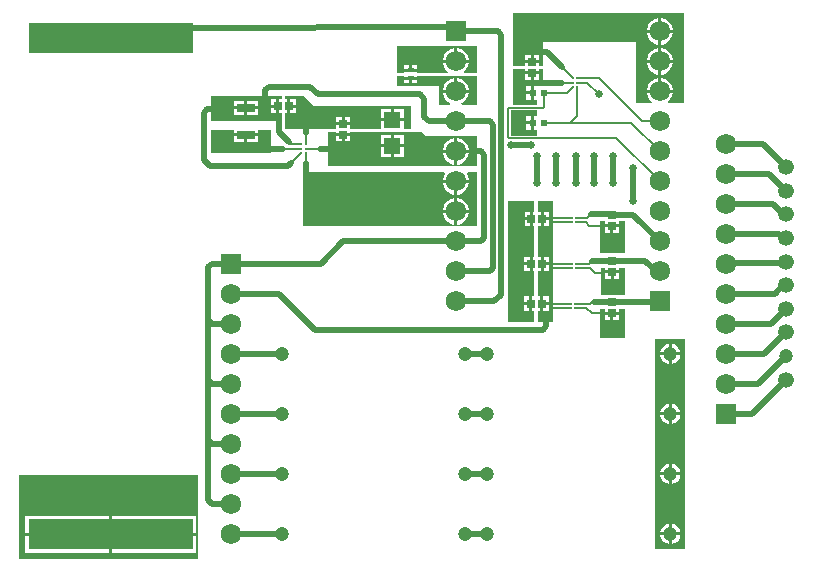
<source format=gtl>
G04*
G04 #@! TF.GenerationSoftware,Altium Limited,Altium Designer,21.3.2 (30)*
G04*
G04 Layer_Physical_Order=1*
G04 Layer_Color=255*
%FSLAX25Y25*%
%MOIN*%
G70*
G04*
G04 #@! TF.SameCoordinates,854D5A4D-7B49-4B2E-BA62-70F088FD304A*
G04*
G04*
G04 #@! TF.FilePolarity,Positive*
G04*
G01*
G75*
%ADD13R,0.54921X0.10236*%
%ADD14R,0.02244X0.02441*%
%ADD15R,0.02677X0.02598*%
%ADD16R,0.02362X0.01378*%
%ADD17C,0.00787*%
%ADD18R,0.05906X0.02756*%
%ADD19C,0.00732*%
%ADD20R,0.05512X0.05512*%
%ADD21R,0.02598X0.02677*%
%ADD36C,0.02000*%
%ADD37C,0.00500*%
%ADD38C,0.05284*%
%ADD39C,0.04724*%
%ADD40C,0.06791*%
%ADD41R,0.06791X0.06791*%
%ADD42C,0.02500*%
G36*
X64000Y4000D02*
X4500D01*
Y32000D01*
X64000D01*
Y4000D01*
D02*
G37*
G36*
X88500Y139500D02*
X68500D01*
Y147000D01*
X76047D01*
Y145972D01*
X83953D01*
Y147000D01*
X88500D01*
Y139500D01*
D02*
G37*
G36*
X157000Y115000D02*
X99000D01*
Y133000D01*
X146116D01*
X146368Y132500D01*
X145904Y131697D01*
X145604Y130579D01*
Y130500D01*
X150000D01*
X154396D01*
Y130579D01*
X154096Y131697D01*
X153632Y132500D01*
X153884Y133000D01*
X157000D01*
Y115000D01*
D02*
G37*
G36*
X140000Y145000D02*
X157000D01*
Y135000D01*
X107500D01*
Y146500D01*
X110161D01*
Y146089D01*
X112500D01*
X114839D01*
Y146500D01*
X138500D01*
X140000Y145000D01*
D02*
G37*
G36*
X157000Y166000D02*
X152828D01*
X152721Y166399D01*
X152716Y166500D01*
X153517Y167301D01*
X154096Y168303D01*
X154396Y169421D01*
Y169500D01*
X150000D01*
X145604D01*
Y169421D01*
X145904Y168303D01*
X146483Y167301D01*
X147284Y166500D01*
X147279Y166399D01*
X147172Y166000D01*
X137181D01*
Y166500D01*
X135000D01*
X132819D01*
Y166000D01*
X130500D01*
Y175000D01*
X157000D01*
Y166000D01*
D02*
G37*
G36*
Y155500D02*
X151997D01*
X151863Y156000D01*
X152699Y156483D01*
X153517Y157301D01*
X154096Y158303D01*
X154396Y159421D01*
Y159500D01*
X150000D01*
X145604D01*
Y159421D01*
X145904Y158303D01*
X146483Y157301D01*
X147301Y156483D01*
X148137Y156000D01*
X148003Y155500D01*
X144300D01*
Y161800D01*
X130500D01*
Y165000D01*
X132819D01*
Y164941D01*
X135000D01*
X137181D01*
Y165000D01*
X157000D01*
Y155500D01*
D02*
G37*
G36*
X92100Y157339D02*
X91189D01*
Y155000D01*
Y152661D01*
X92100D01*
Y150000D01*
X68500D01*
Y158300D01*
X92100D01*
Y157339D01*
D02*
G37*
G36*
X102400Y155000D02*
X135000D01*
Y147400D01*
X132575D01*
Y150012D01*
X128819D01*
X125063D01*
Y147400D01*
X114839D01*
Y148711D01*
X112500D01*
X110161D01*
Y147400D01*
X92900D01*
Y152661D01*
X93811D01*
Y155000D01*
Y157339D01*
X92900D01*
Y158300D01*
X99300D01*
X102400Y155000D01*
D02*
G37*
G36*
X179000Y163000D02*
X177000D01*
Y161721D01*
X176110D01*
Y159500D01*
Y157280D01*
X177000D01*
Y155500D01*
X169000D01*
Y167500D01*
X173161D01*
Y166689D01*
X175500D01*
X177839D01*
Y167500D01*
X179000D01*
Y163000D01*
D02*
G37*
G36*
X226000Y156000D02*
X220828D01*
X220721Y156399D01*
X220716Y156500D01*
X221517Y157301D01*
X222096Y158303D01*
X222396Y159421D01*
Y159500D01*
X218000D01*
X213604D01*
Y159421D01*
X213904Y158303D01*
X214483Y157301D01*
X215284Y156500D01*
X215279Y156399D01*
X215172Y156000D01*
X210000D01*
Y176500D01*
X179000D01*
Y168500D01*
X177839D01*
Y169311D01*
X175500D01*
X173161D01*
Y168500D01*
X169000D01*
Y186000D01*
X226000D01*
Y156000D01*
D02*
G37*
G36*
X177000Y151720D02*
X176110D01*
Y149500D01*
Y147280D01*
X177000D01*
Y145265D01*
X168300D01*
Y153835D01*
X177000D01*
Y151720D01*
D02*
G37*
G36*
X206300Y106100D02*
X197900D01*
Y116700D01*
X199661D01*
Y115689D01*
X204339D01*
Y116700D01*
X206300D01*
Y106100D01*
D02*
G37*
G36*
X206400Y92000D02*
X198300D01*
Y101100D01*
X199861D01*
Y100389D01*
X204539D01*
Y101100D01*
X206400D01*
Y92000D01*
D02*
G37*
G36*
X206300Y77800D02*
X198200D01*
Y87500D01*
X199600D01*
Y86567D01*
X204277D01*
Y87500D01*
X206300D01*
Y77800D01*
D02*
G37*
G36*
X182500Y83000D02*
X177500D01*
Y86939D01*
X178150D01*
Y89278D01*
Y91616D01*
X177500D01*
Y100161D01*
X178211D01*
Y102500D01*
Y104839D01*
X177500D01*
Y115261D01*
X178311D01*
Y117600D01*
Y119939D01*
X177500D01*
Y123500D01*
X182500D01*
Y83000D01*
D02*
G37*
G36*
X176000Y119939D02*
X175689D01*
Y117600D01*
Y115261D01*
X176000D01*
Y104839D01*
X175589D01*
Y102500D01*
Y100161D01*
X176000D01*
Y91616D01*
X175528D01*
Y89278D01*
Y86939D01*
X176000D01*
Y83000D01*
X167500D01*
Y123500D01*
X176000D01*
Y119939D01*
D02*
G37*
G36*
X226500Y7500D02*
X216500D01*
Y77500D01*
X226500D01*
Y7500D01*
D02*
G37*
%LPC*%
G36*
X63461Y18441D02*
X35500D01*
Y12823D01*
X63461D01*
Y18441D01*
D02*
G37*
G36*
X34500D02*
X6539D01*
Y12823D01*
X34500D01*
Y18441D01*
D02*
G37*
G36*
X63461Y11823D02*
X35500D01*
Y6205D01*
X63461D01*
Y11823D01*
D02*
G37*
G36*
X34500D02*
X6539D01*
Y6205D01*
X34500D01*
Y11823D01*
D02*
G37*
G36*
X83953Y144972D02*
X80500D01*
Y143095D01*
X83953D01*
Y144972D01*
D02*
G37*
G36*
X79500D02*
X76047D01*
Y143095D01*
X79500D01*
Y144972D01*
D02*
G37*
G36*
X154396Y129500D02*
X150500D01*
Y125604D01*
X150579D01*
X151697Y125904D01*
X152699Y126483D01*
X153517Y127301D01*
X154096Y128303D01*
X154396Y129421D01*
Y129500D01*
D02*
G37*
G36*
X149500D02*
X145604D01*
Y129421D01*
X145904Y128303D01*
X146483Y127301D01*
X147301Y126483D01*
X148303Y125904D01*
X149421Y125604D01*
X149500D01*
Y129500D01*
D02*
G37*
G36*
X150579Y124396D02*
X150500D01*
Y120500D01*
X154396D01*
Y120579D01*
X154096Y121697D01*
X153517Y122699D01*
X152699Y123517D01*
X151697Y124096D01*
X150579Y124396D01*
D02*
G37*
G36*
X149500D02*
X149421D01*
X148303Y124096D01*
X147301Y123517D01*
X146483Y122699D01*
X145904Y121697D01*
X145604Y120579D01*
Y120500D01*
X149500D01*
Y124396D01*
D02*
G37*
G36*
X154396Y119500D02*
X150500D01*
Y115604D01*
X150579D01*
X151697Y115904D01*
X152699Y116483D01*
X153517Y117301D01*
X154096Y118303D01*
X154396Y119421D01*
Y119500D01*
D02*
G37*
G36*
X149500D02*
X145604D01*
Y119421D01*
X145904Y118303D01*
X146483Y117301D01*
X147301Y116483D01*
X148303Y115904D01*
X149421Y115604D01*
X149500D01*
Y119500D01*
D02*
G37*
G36*
X114839Y145089D02*
X113000D01*
Y143290D01*
X114839D01*
Y145089D01*
D02*
G37*
G36*
X112000D02*
X110161D01*
Y143290D01*
X112000D01*
Y145089D01*
D02*
G37*
G36*
X132575Y145606D02*
X129319D01*
Y142350D01*
X132575D01*
Y145606D01*
D02*
G37*
G36*
X128319D02*
X125063D01*
Y142350D01*
X128319D01*
Y145606D01*
D02*
G37*
G36*
X150579Y144396D02*
X150500D01*
Y140500D01*
X154396D01*
Y140579D01*
X154096Y141697D01*
X153517Y142699D01*
X152699Y143517D01*
X151697Y144096D01*
X150579Y144396D01*
D02*
G37*
G36*
X149500D02*
X149421D01*
X148303Y144096D01*
X147301Y143517D01*
X146483Y142699D01*
X145904Y141697D01*
X145604Y140579D01*
Y140500D01*
X149500D01*
Y144396D01*
D02*
G37*
G36*
X132575Y141350D02*
X129319D01*
Y138094D01*
X132575D01*
Y141350D01*
D02*
G37*
G36*
X128319D02*
X125063D01*
Y138094D01*
X128319D01*
Y141350D01*
D02*
G37*
G36*
X154396Y139500D02*
X150500D01*
Y135604D01*
X150579D01*
X151697Y135904D01*
X152699Y136483D01*
X153517Y137301D01*
X154096Y138303D01*
X154396Y139421D01*
Y139500D01*
D02*
G37*
G36*
X149500D02*
X145604D01*
Y139421D01*
X145904Y138303D01*
X146483Y137301D01*
X147301Y136483D01*
X148303Y135904D01*
X149421Y135604D01*
X149500D01*
Y139500D01*
D02*
G37*
G36*
X150579Y174396D02*
X150500D01*
Y170500D01*
X154396D01*
Y170579D01*
X154096Y171697D01*
X153517Y172699D01*
X152699Y173517D01*
X151697Y174096D01*
X150579Y174396D01*
D02*
G37*
G36*
X149500D02*
X149421D01*
X148303Y174096D01*
X147301Y173517D01*
X146483Y172699D01*
X145904Y171697D01*
X145604Y170579D01*
Y170500D01*
X149500D01*
Y174396D01*
D02*
G37*
G36*
X137181Y168689D02*
X135500D01*
Y167500D01*
X137181D01*
Y168689D01*
D02*
G37*
G36*
X134500D02*
X132819D01*
Y167500D01*
X134500D01*
Y168689D01*
D02*
G37*
G36*
X137181Y163941D02*
X135500D01*
Y162752D01*
X137181D01*
Y163941D01*
D02*
G37*
G36*
X134500D02*
X132819D01*
Y162752D01*
X134500D01*
Y163941D01*
D02*
G37*
G36*
X150579Y164396D02*
X150500D01*
Y160500D01*
X154396D01*
Y160579D01*
X154096Y161697D01*
X153517Y162699D01*
X152699Y163517D01*
X151697Y164096D01*
X150579Y164396D01*
D02*
G37*
G36*
X149500D02*
X149421D01*
X148303Y164096D01*
X147301Y163517D01*
X146483Y162699D01*
X145904Y161697D01*
X145604Y160579D01*
Y160500D01*
X149500D01*
Y164396D01*
D02*
G37*
G36*
X90189Y157339D02*
X88390D01*
Y155500D01*
X90189D01*
Y157339D01*
D02*
G37*
G36*
X83953Y156905D02*
X80500D01*
Y155028D01*
X83953D01*
Y156905D01*
D02*
G37*
G36*
X79500D02*
X76047D01*
Y155028D01*
X79500D01*
Y156905D01*
D02*
G37*
G36*
X90189Y154500D02*
X88390D01*
Y152661D01*
X90189D01*
Y154500D01*
D02*
G37*
G36*
X83953Y154028D02*
X80500D01*
Y152150D01*
X83953D01*
Y154028D01*
D02*
G37*
G36*
X79500D02*
X76047D01*
Y152150D01*
X79500D01*
Y154028D01*
D02*
G37*
G36*
X96610Y157339D02*
X94811D01*
Y155500D01*
X96610D01*
Y157339D01*
D02*
G37*
G36*
Y154500D02*
X94811D01*
Y152661D01*
X96610D01*
Y154500D01*
D02*
G37*
G36*
X132575Y154268D02*
X129319D01*
Y151012D01*
X132575D01*
Y154268D01*
D02*
G37*
G36*
X128319D02*
X125063D01*
Y151012D01*
X128319D01*
Y154268D01*
D02*
G37*
G36*
X114839Y151510D02*
X113000D01*
Y149711D01*
X114839D01*
Y151510D01*
D02*
G37*
G36*
X112000D02*
X110161D01*
Y149711D01*
X112000D01*
Y151510D01*
D02*
G37*
G36*
X177839Y165689D02*
X176000D01*
Y163890D01*
X177839D01*
Y165689D01*
D02*
G37*
G36*
X175000D02*
X173161D01*
Y163890D01*
X175000D01*
Y165689D01*
D02*
G37*
G36*
X175110Y161721D02*
X173488D01*
Y160000D01*
X175110D01*
Y161721D01*
D02*
G37*
G36*
Y159000D02*
X173488D01*
Y157280D01*
X175110D01*
Y159000D01*
D02*
G37*
G36*
X218579Y184396D02*
X218500D01*
Y180500D01*
X222396D01*
Y180579D01*
X222096Y181697D01*
X221517Y182699D01*
X220699Y183517D01*
X219697Y184096D01*
X218579Y184396D01*
D02*
G37*
G36*
X217500D02*
X217421D01*
X216303Y184096D01*
X215301Y183517D01*
X214483Y182699D01*
X213904Y181697D01*
X213604Y180579D01*
Y180500D01*
X217500D01*
Y184396D01*
D02*
G37*
G36*
X222396Y179500D02*
X218500D01*
Y175604D01*
X218579D01*
X219697Y175904D01*
X220699Y176483D01*
X221517Y177301D01*
X222096Y178303D01*
X222396Y179421D01*
Y179500D01*
D02*
G37*
G36*
X217500D02*
X213604D01*
Y179421D01*
X213904Y178303D01*
X214483Y177301D01*
X215301Y176483D01*
X216303Y175904D01*
X217421Y175604D01*
X217500D01*
Y179500D01*
D02*
G37*
G36*
X218579Y174396D02*
X218500D01*
Y170500D01*
X222396D01*
Y170579D01*
X222096Y171697D01*
X221517Y172699D01*
X220699Y173517D01*
X219697Y174096D01*
X218579Y174396D01*
D02*
G37*
G36*
X217500D02*
X217421D01*
X216303Y174096D01*
X215301Y173517D01*
X214483Y172699D01*
X213904Y171697D01*
X213604Y170579D01*
Y170500D01*
X217500D01*
Y174396D01*
D02*
G37*
G36*
X177839Y172110D02*
X176000D01*
Y170311D01*
X177839D01*
Y172110D01*
D02*
G37*
G36*
X175000D02*
X173161D01*
Y170311D01*
X175000D01*
Y172110D01*
D02*
G37*
G36*
X222396Y169500D02*
X218500D01*
Y165604D01*
X218579D01*
X219697Y165904D01*
X220699Y166483D01*
X221517Y167301D01*
X222096Y168303D01*
X222396Y169421D01*
Y169500D01*
D02*
G37*
G36*
X217500D02*
X213604D01*
Y169421D01*
X213904Y168303D01*
X214483Y167301D01*
X215301Y166483D01*
X216303Y165904D01*
X217421Y165604D01*
X217500D01*
Y169500D01*
D02*
G37*
G36*
X218579Y164396D02*
X218500D01*
Y160500D01*
X222396D01*
Y160579D01*
X222096Y161697D01*
X221517Y162699D01*
X220699Y163517D01*
X219697Y164096D01*
X218579Y164396D01*
D02*
G37*
G36*
X217500D02*
X217421D01*
X216303Y164096D01*
X215301Y163517D01*
X214483Y162699D01*
X213904Y161697D01*
X213604Y160579D01*
Y160500D01*
X217500D01*
Y164396D01*
D02*
G37*
G36*
X175110Y151720D02*
X173488D01*
Y150000D01*
X175110D01*
Y151720D01*
D02*
G37*
G36*
Y149000D02*
X173488D01*
Y147280D01*
X175110D01*
Y149000D01*
D02*
G37*
G36*
X204339Y114689D02*
X202500D01*
Y112890D01*
X204339D01*
Y114689D01*
D02*
G37*
G36*
X201500D02*
X199661D01*
Y112890D01*
X201500D01*
Y114689D01*
D02*
G37*
G36*
X204539Y99389D02*
X202700D01*
Y97590D01*
X204539D01*
Y99389D01*
D02*
G37*
G36*
X201700D02*
X199861D01*
Y97590D01*
X201700D01*
Y99389D01*
D02*
G37*
G36*
X204277Y85567D02*
X202439D01*
Y83768D01*
X204277D01*
Y85567D01*
D02*
G37*
G36*
X201439D02*
X199600D01*
Y83768D01*
X201439D01*
Y85567D01*
D02*
G37*
G36*
X181110Y119939D02*
X179311D01*
Y118100D01*
X181110D01*
Y119939D01*
D02*
G37*
G36*
Y117100D02*
X179311D01*
Y115261D01*
X181110D01*
Y117100D01*
D02*
G37*
G36*
X181010Y104839D02*
X179211D01*
Y103000D01*
X181010D01*
Y104839D01*
D02*
G37*
G36*
Y102000D02*
X179211D01*
Y100161D01*
X181010D01*
Y102000D01*
D02*
G37*
G36*
X180949Y91616D02*
X179150D01*
Y89778D01*
X180949D01*
Y91616D01*
D02*
G37*
G36*
Y88778D02*
X179150D01*
Y86939D01*
X180949D01*
Y88778D01*
D02*
G37*
G36*
X174689Y119939D02*
X172890D01*
Y118100D01*
X174689D01*
Y119939D01*
D02*
G37*
G36*
Y117100D02*
X172890D01*
Y115261D01*
X174689D01*
Y117100D01*
D02*
G37*
G36*
X174589Y104839D02*
X172790D01*
Y103000D01*
X174589D01*
Y104839D01*
D02*
G37*
G36*
Y102000D02*
X172790D01*
Y100161D01*
X174589D01*
Y102000D01*
D02*
G37*
G36*
X174528Y91616D02*
X172729D01*
Y89778D01*
X174528D01*
Y91616D01*
D02*
G37*
G36*
Y88778D02*
X172729D01*
Y86939D01*
X174528D01*
Y88778D01*
D02*
G37*
G36*
X222000Y75847D02*
Y73000D01*
X224847D01*
X224633Y73798D01*
X224190Y74564D01*
X223564Y75190D01*
X222798Y75633D01*
X222000Y75847D01*
D02*
G37*
G36*
X221000D02*
X220202Y75633D01*
X219436Y75190D01*
X218810Y74564D01*
X218367Y73798D01*
X218153Y73000D01*
X221000D01*
Y75847D01*
D02*
G37*
G36*
X224847Y72000D02*
X222000D01*
Y69153D01*
X222798Y69367D01*
X223564Y69810D01*
X224190Y70436D01*
X224633Y71202D01*
X224847Y72000D01*
D02*
G37*
G36*
X221000D02*
X218153D01*
X218367Y71202D01*
X218810Y70436D01*
X219436Y69810D01*
X220202Y69367D01*
X221000Y69153D01*
Y72000D01*
D02*
G37*
G36*
X222000Y55847D02*
Y53000D01*
X224847D01*
X224633Y53798D01*
X224190Y54564D01*
X223564Y55190D01*
X222798Y55633D01*
X222000Y55847D01*
D02*
G37*
G36*
X221000D02*
X220202Y55633D01*
X219436Y55190D01*
X218810Y54564D01*
X218367Y53798D01*
X218153Y53000D01*
X221000D01*
Y55847D01*
D02*
G37*
G36*
X224847Y52000D02*
X222000D01*
Y49153D01*
X222798Y49367D01*
X223564Y49810D01*
X224190Y50436D01*
X224633Y51202D01*
X224847Y52000D01*
D02*
G37*
G36*
X221000D02*
X218153D01*
X218367Y51202D01*
X218810Y50436D01*
X219436Y49810D01*
X220202Y49367D01*
X221000Y49153D01*
Y52000D01*
D02*
G37*
G36*
X222024Y35847D02*
Y33000D01*
X224870D01*
X224657Y33798D01*
X224214Y34564D01*
X223588Y35190D01*
X222821Y35633D01*
X222024Y35847D01*
D02*
G37*
G36*
X221024D02*
X220226Y35633D01*
X219459Y35190D01*
X218833Y34564D01*
X218390Y33798D01*
X218177Y33000D01*
X221024D01*
Y35847D01*
D02*
G37*
G36*
X224870Y32000D02*
X222024D01*
Y29153D01*
X222821Y29367D01*
X223588Y29810D01*
X224214Y30436D01*
X224657Y31202D01*
X224870Y32000D01*
D02*
G37*
G36*
X221024D02*
X218177D01*
X218390Y31202D01*
X218833Y30436D01*
X219459Y29810D01*
X220226Y29367D01*
X221024Y29153D01*
Y32000D01*
D02*
G37*
G36*
X222024Y15847D02*
Y13000D01*
X224870D01*
X224657Y13798D01*
X224214Y14564D01*
X223588Y15190D01*
X222821Y15633D01*
X222024Y15847D01*
D02*
G37*
G36*
X221024D02*
X220226Y15633D01*
X219459Y15190D01*
X218833Y14564D01*
X218390Y13798D01*
X218177Y13000D01*
X221024D01*
Y15847D01*
D02*
G37*
G36*
X224870Y12000D02*
X222024D01*
Y9153D01*
X222821Y9367D01*
X223588Y9810D01*
X224214Y10436D01*
X224657Y11202D01*
X224870Y12000D01*
D02*
G37*
G36*
X221024D02*
X218177D01*
X218390Y11202D01*
X218833Y10436D01*
X219459Y9810D01*
X220226Y9367D01*
X221024Y9153D01*
Y12000D01*
D02*
G37*
%LPD*%
D13*
X35000Y177677D02*
D03*
Y12323D02*
D03*
D14*
X175610Y149500D02*
D03*
X179390D02*
D03*
X175610Y159500D02*
D03*
X179390D02*
D03*
D15*
X175500Y169811D02*
D03*
Y166189D02*
D03*
X112500Y149211D02*
D03*
Y145589D02*
D03*
X201939Y86067D02*
D03*
Y89689D02*
D03*
X202200Y99889D02*
D03*
Y103511D02*
D03*
X202000Y115189D02*
D03*
Y118811D02*
D03*
D16*
X135000Y164441D02*
D03*
Y167000D02*
D03*
D17*
X100000Y139350D02*
D03*
X98425D02*
D03*
X100000Y140925D02*
D03*
X98425D02*
D03*
X100000Y142500D02*
D03*
X98425D02*
D03*
X188925Y161350D02*
D03*
Y162925D02*
D03*
Y164500D02*
D03*
X190500Y161350D02*
D03*
Y162925D02*
D03*
Y164500D02*
D03*
D18*
X80000Y145472D02*
D03*
Y154528D02*
D03*
D19*
X190171Y116311D02*
D03*
X188793D02*
D03*
X190171Y117689D02*
D03*
X188793D02*
D03*
X189860Y87878D02*
D03*
X188482D02*
D03*
X189860Y89256D02*
D03*
X188482D02*
D03*
X190171Y101100D02*
D03*
X188793D02*
D03*
X190171Y102478D02*
D03*
X188793D02*
D03*
D20*
X128819Y150512D02*
D03*
Y141850D02*
D03*
D21*
X94311Y155000D02*
D03*
X90689D02*
D03*
X175028Y89278D02*
D03*
X178650D02*
D03*
X175089Y102500D02*
D03*
X178711D02*
D03*
X175189Y117600D02*
D03*
X178811D02*
D03*
D36*
X179028Y80500D02*
X180200Y81672D01*
Y84700D01*
X103000Y80500D02*
X179028D01*
X91000Y92500D02*
X103000Y80500D01*
X75000Y92500D02*
X91000D01*
X168250Y142100D02*
X168300Y142050D01*
X174950D01*
X163928Y180000D02*
X165100Y178828D01*
X162828Y90000D02*
X165100Y92272D01*
Y178828D01*
X150000Y180000D02*
X163928D01*
X174950Y142050D02*
X175000Y142000D01*
X209000Y123500D02*
Y134500D01*
X202000Y118811D02*
X209189D01*
X218000Y110000D01*
X202500Y129500D02*
Y138500D01*
X196000Y129500D02*
Y138500D01*
X190000Y129500D02*
Y138500D01*
X183500Y129500D02*
Y138500D01*
X177000Y129500D02*
Y138500D01*
X178800Y173000D02*
X180400D01*
X177600Y174200D02*
X178800Y173000D01*
X180400D02*
X185400Y168000D01*
X175325Y162925D02*
X185225D01*
X175200Y162800D02*
X175325Y162925D01*
X217689Y89689D02*
X218000Y90000D01*
X201939Y89689D02*
X217689D01*
X213193Y103511D02*
X216704Y100000D01*
X218000D01*
X202200Y103511D02*
X213193D01*
X195911Y89689D02*
X201939D01*
X202189Y103500D02*
X202200Y103511D01*
X195500Y103500D02*
X202189D01*
X195000Y119000D02*
X201811D01*
X202000Y118811D01*
X240000Y52500D02*
X248622D01*
X260000Y63878D01*
X250748Y62500D02*
X260000Y71752D01*
X240000Y62500D02*
X250748D01*
X240000Y72500D02*
X252874D01*
X260000Y79626D01*
X255000Y82500D02*
X260000Y87500D01*
X240000Y82500D02*
X255000D01*
X256238Y92500D02*
X259111Y95374D01*
X260000D01*
X240000Y92500D02*
X256238D01*
X240374Y102874D02*
X259626D01*
X260000Y103248D01*
X240000Y102500D02*
X240374Y102874D01*
X259111Y111122D02*
X260000D01*
X240000Y112500D02*
X257733D01*
X259111Y111122D01*
X240000Y122500D02*
X255608D01*
X259111Y118996D01*
X260000D01*
X254370Y132500D02*
X260000Y126870D01*
X240000Y132500D02*
X254370D01*
X240000Y142500D02*
X252244D01*
X260000Y134744D01*
X153024Y12500D02*
X160500D01*
X153024Y32500D02*
X160500D01*
X153024Y52500D02*
X160476D01*
X153024Y72500D02*
X160476D01*
X75000Y12500D02*
X92000D01*
X75000Y32500D02*
X92000D01*
X75000Y52500D02*
X92000D01*
X75000Y72500D02*
X92000D01*
X67500Y43672D02*
Y63672D01*
Y23672D02*
Y43672D01*
X68672Y22500D02*
X75000D01*
X67500Y23672D02*
X68672Y22500D01*
X67500Y63672D02*
Y83672D01*
Y43672D02*
X68672Y42500D01*
X75000D01*
X67500Y83672D02*
Y101328D01*
X68672Y62500D02*
X75000D01*
X67500Y63672D02*
X68672Y62500D01*
X67500Y101328D02*
X68672Y102500D01*
X105000D01*
X68672Y82500D02*
X75000D01*
X67500Y83672D02*
X68672Y82500D01*
X112500Y110000D02*
X150000D01*
X105000Y102500D02*
X112500Y110000D01*
X148408Y181572D02*
X150000Y180000D01*
Y90000D02*
X162828D01*
X161328Y100000D02*
X162500Y101172D01*
Y148828D01*
X150000Y110000D02*
X158328D01*
X161328Y150000D02*
X162500Y148828D01*
X159500Y111172D02*
Y138828D01*
X150000Y150000D02*
X161328D01*
X150000Y100000D02*
X161328D01*
X158328Y110000D02*
X159500Y111172D01*
X158328Y140000D02*
X159500Y138828D01*
X156000Y140000D02*
X158328D01*
X86500Y160328D02*
X87672Y161500D01*
X86500Y154500D02*
Y160328D01*
X87672Y161500D02*
X101500D01*
X104000Y159000D01*
X138000D01*
X139500Y157500D01*
Y151500D02*
Y157500D01*
Y151500D02*
X141000Y150000D01*
X150000D01*
X57500Y181000D02*
X148408Y181572D01*
X68000Y135000D02*
X94000D01*
X95000Y136000D01*
X66000Y137000D02*
X68000Y135000D01*
X66000Y137000D02*
Y152828D01*
X67172Y154000D02*
X71000D01*
X66000Y152828D02*
X67172Y154000D01*
X100000Y131000D02*
Y136000D01*
X109125Y140925D02*
X109300Y141100D01*
X104675Y140925D02*
X109125D01*
X100000Y146000D02*
Y150100D01*
X91000Y146500D02*
X94500Y143000D01*
X86900Y140900D02*
X92400D01*
X91000Y146500D02*
Y150500D01*
D37*
X179097Y154600D02*
X179390Y154893D01*
X167500Y144793D02*
Y154307D01*
X167793Y154600D02*
X179097D01*
X179390Y154893D02*
Y159500D01*
X167500Y154307D02*
X167793Y154600D01*
Y144500D02*
X203500D01*
X167500Y144793D02*
X167793Y144500D01*
X203500D02*
X218000Y130000D01*
X188200Y149500D02*
X208500D01*
X218000Y140000D01*
X190500Y151800D02*
Y161350D01*
X188200Y149500D02*
X190500Y151800D01*
X179390Y149500D02*
X188200D01*
X187075Y159500D02*
X188925Y161350D01*
X179390Y159500D02*
X187075D01*
X193675Y162925D02*
X197600Y159000D01*
X190500Y162925D02*
X193675D01*
X188900Y164500D02*
X188925D01*
X185400Y168000D02*
X188900Y164500D01*
X212100Y150000D02*
X218000D01*
X197600Y164500D02*
X212100Y150000D01*
X190500Y164500D02*
X197600D01*
X185225Y162925D02*
X188925D01*
X194500Y115200D02*
X198800D01*
X193389Y116311D02*
X194500Y115200D01*
X190171Y116311D02*
X193389D01*
X198900Y99500D02*
X199000Y99600D01*
X196400Y99500D02*
X198900D01*
X194800Y101100D02*
X196400Y99500D01*
X190171Y101100D02*
X194800D01*
X195269Y86100D02*
X198900D01*
X193491Y87878D02*
X195269Y86100D01*
X189860Y87878D02*
X193491D01*
X194856Y89256D02*
X195289Y89689D01*
X189860Y89256D02*
X194856D01*
X195289Y89689D02*
X195911D01*
X194478Y102478D02*
X195500Y103500D01*
X190171Y102478D02*
X194478D01*
X190171Y117689D02*
X193689D01*
X195000Y119000D01*
X182000Y116500D02*
X182189Y116311D01*
X188793D01*
X182189Y117689D02*
X188793D01*
X182000Y117500D02*
X182189Y117689D01*
X182100Y101100D02*
X188793D01*
X182000Y101000D02*
X182100Y101100D01*
X182022Y102478D02*
X188793D01*
X182000Y102500D02*
X182022Y102478D01*
X181622Y87878D02*
X188482D01*
X181500Y88000D02*
X181622Y87878D01*
X181756Y89256D02*
X188482D01*
X181500Y89000D02*
X181756Y89256D01*
X95075Y136000D02*
X98425Y139350D01*
X95000Y136000D02*
X95075D01*
X100000D02*
Y139350D01*
Y140925D02*
X104675D01*
X100000Y142500D02*
Y146000D01*
X98400Y140900D02*
X98425Y140925D01*
X92400Y140900D02*
X98400D01*
X94500Y143000D02*
X95000Y142500D01*
X98425D01*
D38*
X260000Y134744D02*
D03*
Y126870D02*
D03*
Y118996D02*
D03*
Y111122D02*
D03*
Y103248D02*
D03*
Y95374D02*
D03*
Y87500D02*
D03*
Y79626D02*
D03*
Y63878D02*
D03*
D39*
Y71752D02*
D03*
X221524Y12500D02*
D03*
X160500D02*
D03*
X153024Y72500D02*
D03*
X92000D02*
D03*
X221500D02*
D03*
X160476D02*
D03*
X153024Y52500D02*
D03*
X92000D02*
D03*
X221500D02*
D03*
X160476D02*
D03*
X153024Y32500D02*
D03*
X92000D02*
D03*
X221524D02*
D03*
X160500D02*
D03*
X153024Y12500D02*
D03*
X92000D02*
D03*
D40*
X218000Y180000D02*
D03*
Y170000D02*
D03*
Y160000D02*
D03*
Y150000D02*
D03*
Y140000D02*
D03*
Y130000D02*
D03*
Y120000D02*
D03*
Y110000D02*
D03*
Y100000D02*
D03*
X150000Y90000D02*
D03*
Y100000D02*
D03*
Y110000D02*
D03*
Y120000D02*
D03*
Y130000D02*
D03*
Y140000D02*
D03*
Y150000D02*
D03*
Y160000D02*
D03*
Y170000D02*
D03*
X75000Y12500D02*
D03*
Y22500D02*
D03*
Y32500D02*
D03*
Y42500D02*
D03*
Y52500D02*
D03*
Y62500D02*
D03*
Y72500D02*
D03*
Y82500D02*
D03*
Y92500D02*
D03*
X240000Y142500D02*
D03*
Y132500D02*
D03*
Y122500D02*
D03*
Y112500D02*
D03*
Y102500D02*
D03*
Y92500D02*
D03*
Y82500D02*
D03*
Y72500D02*
D03*
Y62500D02*
D03*
D41*
X218000Y90000D02*
D03*
X150000Y180000D02*
D03*
X75000Y102500D02*
D03*
X240000Y52500D02*
D03*
D42*
X171500Y152000D02*
D03*
X168250Y142100D02*
D03*
X171600Y157500D02*
D03*
X171500Y146900D02*
D03*
X175000Y142000D02*
D03*
X209000Y123500D02*
D03*
Y134500D02*
D03*
X202500Y129500D02*
D03*
Y138500D02*
D03*
X196000D02*
D03*
Y129500D02*
D03*
X190000D02*
D03*
Y138500D02*
D03*
X183500D02*
D03*
Y129500D02*
D03*
X177000D02*
D03*
Y138500D02*
D03*
X197600Y159000D02*
D03*
X204000Y181000D02*
D03*
X191500D02*
D03*
X180000D02*
D03*
X202000Y109100D02*
D03*
X202200Y94800D02*
D03*
X201900Y80600D02*
D03*
X170500Y110500D02*
D03*
Y96000D02*
D03*
Y89000D02*
D03*
Y102500D02*
D03*
Y117500D02*
D03*
X222000Y22000D02*
D03*
Y42000D02*
D03*
Y62000D02*
D03*
X55000Y25000D02*
D03*
X47500D02*
D03*
X40000D02*
D03*
X32500D02*
D03*
X25000D02*
D03*
X17500D02*
D03*
X102000Y118000D02*
D03*
Y124000D02*
D03*
Y130000D02*
D03*
X120500Y151000D02*
D03*
X107500D02*
D03*
X100000D02*
D03*
M02*

</source>
